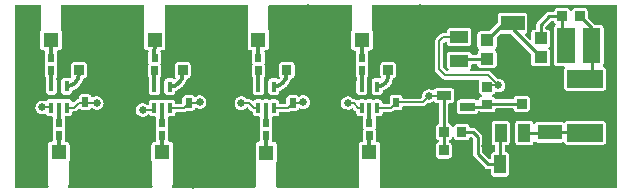
<source format=gtl>
G04 Layer: TopLayer*
G04 EasyEDA v6.4.25, 2021-09-22T10:01:34+05:30*
G04 8cc9cb2f6d7c45b292ba83ed26aff0c4,f7b9aed3ca5c4f10b20383f968238e49,10*
G04 Gerber Generator version 0.2*
G04 Scale: 100 percent, Rotated: No, Reflected: No *
G04 Dimensions in inches *
G04 leading zeros omitted , absolute positions ,3 integer and 6 decimal *
%FSLAX36Y36*%
%MOIN*%

%ADD10C,0.0100*%
%ADD11C,0.0080*%
%ADD12C,0.0138*%
%ADD13C,0.0060*%
%ADD14C,0.0250*%
%ADD16R,0.0213X0.0311*%
%ADD17R,0.0472X0.0866*%
%ADD18R,0.0512X0.0512*%
%ADD19R,0.0433X0.0394*%
%ADD20R,0.0610X0.0394*%
%ADD21R,0.0394X0.0610*%
%ADD22R,0.0157X0.0354*%
%ADD23R,0.0340X0.0318*%
%ADD25R,0.0787X0.0492*%

%LPD*%
G36*
X13839Y9840D02*
G01*
X12320Y10140D01*
X11020Y11020D01*
X10140Y12320D01*
X9840Y13839D01*
X9840Y615720D01*
X10140Y617260D01*
X11020Y618540D01*
X12320Y619420D01*
X13839Y619720D01*
X93320Y619720D01*
X94840Y619420D01*
X96120Y618580D01*
X96980Y617340D01*
X97320Y615840D01*
X97080Y614320D01*
X95800Y612320D01*
X95640Y611100D01*
X95640Y549060D01*
X95840Y547660D01*
X95840Y535160D01*
X95700Y534060D01*
X95220Y533000D01*
X94460Y530860D01*
X94179Y528360D01*
X94179Y477640D01*
X94460Y475140D01*
X95220Y473000D01*
X96420Y471060D01*
X98040Y469460D01*
X99960Y468240D01*
X102120Y467480D01*
X104600Y467200D01*
X105940Y467200D01*
X107420Y466920D01*
X108699Y466100D01*
X109580Y464860D01*
X109920Y463380D01*
X109700Y461880D01*
X109260Y460580D01*
X108980Y458080D01*
X108980Y427440D01*
X109260Y424940D01*
X110060Y422620D01*
X110280Y421300D01*
X110060Y419980D01*
X109260Y417660D01*
X108980Y415160D01*
X108980Y384520D01*
X109260Y382020D01*
X110000Y379880D01*
X111220Y377939D01*
X111920Y377239D01*
X112780Y375980D01*
X113080Y374480D01*
X113160Y369360D01*
X112820Y367620D01*
X112540Y365120D01*
X112540Y330140D01*
X112820Y327660D01*
X113560Y325500D01*
X114780Y323579D01*
X116400Y321960D01*
X118320Y320740D01*
X120480Y320000D01*
X122960Y319720D01*
X138260Y319720D01*
X140740Y320000D01*
X142900Y320740D01*
X144820Y321960D01*
X146440Y323579D01*
X147660Y325500D01*
X148400Y327660D01*
X148680Y330140D01*
X148680Y365120D01*
X148400Y367620D01*
X147560Y370020D01*
X147340Y371280D01*
X147280Y375120D01*
X147560Y376640D01*
X149600Y379880D01*
X150340Y382020D01*
X150640Y384520D01*
X150640Y415160D01*
X150340Y417660D01*
X149540Y419980D01*
X149320Y421300D01*
X149540Y422620D01*
X150340Y424940D01*
X150640Y427440D01*
X150640Y458080D01*
X150340Y460580D01*
X149900Y461880D01*
X149680Y463380D01*
X150020Y464860D01*
X150900Y466100D01*
X152180Y466920D01*
X153660Y467200D01*
X155340Y467200D01*
X157820Y467480D01*
X159980Y468240D01*
X161900Y469460D01*
X163520Y471060D01*
X164720Y473000D01*
X165479Y475140D01*
X165760Y477640D01*
X165760Y528360D01*
X165479Y530860D01*
X164720Y533000D01*
X164000Y534440D01*
X163840Y535560D01*
X163840Y610040D01*
X164000Y611140D01*
X164440Y612140D01*
X162900Y613600D01*
X162320Y615200D01*
X162460Y616880D01*
X163280Y618360D01*
X164640Y619360D01*
X166280Y619720D01*
X437180Y619720D01*
X438680Y619420D01*
X439960Y618600D01*
X440840Y617340D01*
X441180Y615860D01*
X440740Y613800D01*
X440580Y612580D01*
X440580Y550540D01*
X440780Y549140D01*
X440780Y534720D01*
X440560Y533400D01*
X439840Y531340D01*
X439560Y528860D01*
X439560Y478120D01*
X439840Y475640D01*
X440600Y473480D01*
X441800Y471560D01*
X443420Y469940D01*
X445340Y468740D01*
X447500Y467980D01*
X449980Y467700D01*
X450920Y467700D01*
X452400Y467420D01*
X453680Y466599D01*
X454560Y465360D01*
X454900Y463880D01*
X454680Y462380D01*
X454099Y460680D01*
X453820Y458200D01*
X453820Y427540D01*
X454099Y425060D01*
X454900Y422740D01*
X455140Y421420D01*
X454900Y420100D01*
X454099Y417780D01*
X453820Y415280D01*
X453820Y384620D01*
X454099Y382140D01*
X454840Y379980D01*
X457160Y376540D01*
X457460Y375000D01*
X457440Y369060D01*
X457220Y367740D01*
X456719Y366320D01*
X456440Y363820D01*
X456440Y328840D01*
X456719Y326360D01*
X457460Y324200D01*
X458680Y322280D01*
X460300Y320660D01*
X462220Y319440D01*
X464380Y318700D01*
X466860Y318420D01*
X482160Y318420D01*
X484640Y318700D01*
X486800Y319440D01*
X488720Y320660D01*
X490340Y322280D01*
X491560Y324200D01*
X492299Y326360D01*
X492580Y328840D01*
X492580Y363820D01*
X492299Y366320D01*
X491860Y367560D01*
X491640Y368880D01*
X491659Y374820D01*
X491960Y376360D01*
X493240Y378060D01*
X494440Y379980D01*
X495200Y382140D01*
X495480Y384620D01*
X495480Y415280D01*
X495200Y417780D01*
X494380Y420100D01*
X494159Y421420D01*
X494380Y422740D01*
X495200Y425060D01*
X495480Y427540D01*
X495480Y458200D01*
X495200Y460680D01*
X494600Y462380D01*
X494380Y463880D01*
X494739Y465360D01*
X495620Y466599D01*
X496900Y467420D01*
X498380Y467700D01*
X500720Y467700D01*
X503200Y467980D01*
X505360Y468740D01*
X507280Y469940D01*
X508900Y471560D01*
X510100Y473480D01*
X510860Y475640D01*
X511140Y478120D01*
X511140Y528860D01*
X510860Y531340D01*
X510100Y533500D01*
X509400Y534620D01*
X508940Y535640D01*
X508780Y536760D01*
X508780Y611520D01*
X508940Y612620D01*
X509400Y613640D01*
X508840Y615240D01*
X509000Y616900D01*
X509820Y618380D01*
X511180Y619360D01*
X512819Y619720D01*
X783080Y619720D01*
X784580Y619420D01*
X785860Y618600D01*
X786740Y617340D01*
X787080Y615860D01*
X786840Y614360D01*
X786560Y613600D01*
X786420Y612400D01*
X786420Y550340D01*
X786620Y548940D01*
X786620Y534800D01*
X786380Y533480D01*
X785520Y530980D01*
X785240Y528480D01*
X785240Y477760D01*
X785520Y475260D01*
X786260Y473120D01*
X787480Y471180D01*
X789080Y469580D01*
X791020Y468360D01*
X793160Y467600D01*
X795660Y467320D01*
X797220Y467320D01*
X798720Y467040D01*
X800000Y466220D01*
X800860Y464980D01*
X801220Y463500D01*
X801000Y462000D01*
X800520Y460640D01*
X800240Y458160D01*
X800240Y427500D01*
X800520Y425000D01*
X801340Y422680D01*
X801560Y421360D01*
X801340Y420040D01*
X800520Y417720D01*
X800240Y415240D01*
X800240Y384580D01*
X800520Y382080D01*
X801280Y379940D01*
X802480Y378020D01*
X803660Y376400D01*
X803980Y374860D01*
X803980Y369140D01*
X803760Y367819D01*
X803280Y366500D01*
X803000Y364000D01*
X803000Y329020D01*
X803280Y326540D01*
X804040Y324380D01*
X805260Y322460D01*
X806860Y320840D01*
X808800Y319640D01*
X810939Y318880D01*
X813420Y318600D01*
X828720Y318600D01*
X831220Y318880D01*
X833360Y319640D01*
X835300Y320840D01*
X836900Y322460D01*
X838120Y324380D01*
X838880Y326540D01*
X839160Y329020D01*
X839160Y364000D01*
X838880Y366500D01*
X838400Y367840D01*
X838180Y369159D01*
X838180Y374860D01*
X838480Y376400D01*
X839659Y378020D01*
X840879Y379940D01*
X841620Y382080D01*
X841900Y384580D01*
X841900Y415240D01*
X841620Y417720D01*
X840819Y420040D01*
X840580Y421360D01*
X840819Y422680D01*
X841620Y425000D01*
X841900Y427500D01*
X841900Y458160D01*
X841620Y460640D01*
X841140Y462000D01*
X840920Y463500D01*
X841280Y464980D01*
X842159Y466220D01*
X843439Y467040D01*
X844920Y467320D01*
X846380Y467320D01*
X848880Y467600D01*
X851020Y468360D01*
X852960Y469580D01*
X854560Y471180D01*
X855780Y473120D01*
X856540Y475260D01*
X856820Y477760D01*
X856820Y528480D01*
X856540Y530980D01*
X855780Y533120D01*
X854760Y535020D01*
X854620Y536140D01*
X854620Y611320D01*
X854760Y612440D01*
X855180Y613500D01*
X854560Y615100D01*
X854659Y616800D01*
X855480Y618320D01*
X856840Y619360D01*
X858520Y619720D01*
X1128220Y619720D01*
X1129700Y619420D01*
X1130980Y618600D01*
X1131860Y617340D01*
X1132200Y615860D01*
X1131760Y612980D01*
X1131760Y550940D01*
X1131960Y549540D01*
X1131960Y534600D01*
X1131700Y533200D01*
X1130680Y530420D01*
X1130400Y527960D01*
X1130400Y477239D01*
X1130680Y474739D01*
X1131440Y472600D01*
X1132640Y470660D01*
X1134260Y469060D01*
X1136180Y467840D01*
X1138340Y467100D01*
X1140820Y466820D01*
X1142400Y466820D01*
X1143880Y466520D01*
X1145160Y465700D01*
X1146040Y464460D01*
X1146380Y463000D01*
X1146080Y461260D01*
X1145800Y458760D01*
X1145800Y428100D01*
X1146080Y425620D01*
X1146900Y423300D01*
X1147120Y421980D01*
X1146900Y420660D01*
X1146080Y418340D01*
X1145800Y415840D01*
X1145800Y385180D01*
X1146080Y382700D01*
X1146820Y380580D01*
X1148440Y378100D01*
X1148940Y377040D01*
X1149080Y375860D01*
X1149000Y370360D01*
X1148760Y369099D01*
X1147860Y366520D01*
X1147580Y364020D01*
X1147580Y329040D01*
X1147860Y326560D01*
X1148620Y324400D01*
X1149820Y322480D01*
X1151440Y320860D01*
X1153360Y319660D01*
X1155520Y318900D01*
X1158000Y318620D01*
X1173300Y318620D01*
X1175800Y318900D01*
X1177940Y319660D01*
X1179880Y320860D01*
X1181480Y322480D01*
X1182700Y324400D01*
X1183440Y326560D01*
X1183720Y329040D01*
X1183720Y364020D01*
X1183160Y368080D01*
X1183280Y375080D01*
X1183600Y376580D01*
X1184440Y377840D01*
X1185220Y378620D01*
X1186440Y380540D01*
X1187180Y382700D01*
X1187460Y385180D01*
X1187460Y415840D01*
X1187180Y418340D01*
X1186380Y420660D01*
X1186140Y421980D01*
X1186380Y423300D01*
X1187180Y425620D01*
X1187460Y428100D01*
X1187460Y458760D01*
X1186880Y463000D01*
X1187240Y464460D01*
X1188120Y465700D01*
X1189380Y466520D01*
X1194040Y467100D01*
X1196200Y467840D01*
X1198120Y469060D01*
X1199740Y470660D01*
X1200940Y472600D01*
X1201700Y474739D01*
X1201980Y477239D01*
X1201980Y527960D01*
X1201700Y530460D01*
X1200940Y532600D01*
X1200120Y534240D01*
X1199960Y535340D01*
X1199960Y611920D01*
X1200100Y613000D01*
X1200540Y614020D01*
X1200360Y614780D01*
X1200280Y616220D01*
X1200720Y617600D01*
X1201600Y618720D01*
X1202840Y619460D01*
X1204260Y619720D01*
X2013360Y619720D01*
X2014880Y619420D01*
X2016180Y618540D01*
X2017060Y617260D01*
X2017360Y615720D01*
X2017360Y13839D01*
X2017060Y12320D01*
X2016180Y11020D01*
X2014880Y10140D01*
X2013360Y9840D01*
X1228600Y9840D01*
X1226920Y10220D01*
X1225560Y11240D01*
X1224740Y12760D01*
X1224640Y14460D01*
X1225380Y16480D01*
X1225380Y94160D01*
X1225520Y95220D01*
X1225940Y96199D01*
X1226260Y97899D01*
X1226660Y99060D01*
X1226940Y101540D01*
X1226940Y152280D01*
X1226660Y154760D01*
X1225900Y156920D01*
X1224700Y158840D01*
X1223080Y160460D01*
X1221160Y161660D01*
X1219000Y162420D01*
X1215960Y162700D01*
X1214320Y163039D01*
X1212980Y164040D01*
X1212140Y165479D01*
X1211980Y167140D01*
X1212080Y167979D01*
X1212080Y198640D01*
X1211800Y201140D01*
X1210980Y203460D01*
X1210760Y204780D01*
X1210980Y206100D01*
X1211800Y208420D01*
X1212080Y210900D01*
X1212080Y241560D01*
X1211880Y243299D01*
X1212040Y244960D01*
X1212880Y246420D01*
X1214220Y247399D01*
X1215860Y247760D01*
X1224480Y247760D01*
X1226980Y248039D01*
X1229120Y248780D01*
X1231060Y250000D01*
X1232660Y251600D01*
X1233880Y253540D01*
X1234620Y255660D01*
X1234920Y258860D01*
X1235340Y260260D01*
X1236220Y261420D01*
X1237460Y262200D01*
X1238920Y262460D01*
X1261720Y262460D01*
X1264680Y262780D01*
X1267300Y263620D01*
X1269700Y265020D01*
X1271800Y266840D01*
X1273020Y267580D01*
X1274420Y267820D01*
X1290260Y267820D01*
X1292740Y268100D01*
X1294900Y268860D01*
X1296819Y270080D01*
X1298440Y271680D01*
X1299640Y273620D01*
X1300400Y275760D01*
X1300520Y276820D01*
X1300940Y278220D01*
X1301819Y279360D01*
X1303060Y280120D01*
X1304500Y280380D01*
X1367900Y280380D01*
X1370840Y280680D01*
X1373460Y281540D01*
X1375900Y282940D01*
X1377560Y284360D01*
X1384379Y291180D01*
X1385740Y292080D01*
X1387360Y292340D01*
X1390380Y292220D01*
X1394180Y292700D01*
X1397860Y293840D01*
X1401300Y295560D01*
X1402440Y296400D01*
X1403700Y297020D01*
X1405120Y297180D01*
X1406480Y296820D01*
X1407640Y296020D01*
X1408400Y295260D01*
X1410320Y294040D01*
X1412480Y293280D01*
X1414960Y293000D01*
X1420080Y293000D01*
X1421600Y292700D01*
X1422900Y291840D01*
X1423779Y290540D01*
X1424079Y289000D01*
X1424019Y225700D01*
X1423700Y224100D01*
X1422740Y222780D01*
X1421339Y221940D01*
X1418920Y221080D01*
X1417000Y219880D01*
X1415380Y218260D01*
X1414180Y216340D01*
X1413420Y214180D01*
X1413140Y211700D01*
X1413140Y178120D01*
X1413420Y175640D01*
X1414180Y173480D01*
X1415380Y171560D01*
X1417000Y169940D01*
X1418920Y168740D01*
X1420560Y168160D01*
X1421960Y167320D01*
X1422900Y166000D01*
X1423240Y164400D01*
X1422900Y162800D01*
X1421960Y161460D01*
X1420560Y160620D01*
X1418920Y160040D01*
X1417000Y158840D01*
X1415380Y157220D01*
X1414180Y155300D01*
X1413420Y153140D01*
X1413140Y150660D01*
X1413140Y117080D01*
X1413420Y114600D01*
X1414180Y112440D01*
X1415380Y110520D01*
X1417000Y108900D01*
X1418920Y107700D01*
X1421080Y106940D01*
X1423560Y106660D01*
X1454860Y106660D01*
X1457360Y106940D01*
X1459500Y107700D01*
X1461440Y108900D01*
X1463040Y110520D01*
X1464259Y112440D01*
X1465020Y114600D01*
X1465300Y117080D01*
X1465300Y150660D01*
X1465020Y153140D01*
X1464259Y155300D01*
X1463040Y157220D01*
X1461440Y158840D01*
X1459500Y160040D01*
X1457880Y160620D01*
X1456480Y161460D01*
X1455540Y162800D01*
X1455200Y164400D01*
X1455540Y166000D01*
X1456480Y167320D01*
X1457880Y168160D01*
X1459500Y168740D01*
X1461440Y169940D01*
X1463040Y171560D01*
X1464259Y173480D01*
X1465100Y175880D01*
X1465940Y177280D01*
X1467280Y178220D01*
X1468880Y178560D01*
X1470480Y178220D01*
X1471800Y177280D01*
X1472640Y175880D01*
X1473480Y173480D01*
X1474700Y171560D01*
X1476300Y169940D01*
X1478240Y168740D01*
X1480380Y167979D01*
X1482880Y167700D01*
X1514180Y167700D01*
X1516660Y167979D01*
X1518820Y168740D01*
X1520740Y169940D01*
X1522360Y171560D01*
X1523580Y173480D01*
X1524780Y177160D01*
X1525700Y178320D01*
X1526980Y179060D01*
X1528460Y179280D01*
X1529900Y178960D01*
X1531140Y178120D01*
X1535200Y174060D01*
X1536060Y172760D01*
X1536380Y171220D01*
X1536380Y122280D01*
X1536680Y119120D01*
X1537540Y116260D01*
X1538940Y113640D01*
X1540960Y111199D01*
X1575260Y76900D01*
X1577700Y74880D01*
X1580340Y73480D01*
X1583180Y72620D01*
X1586339Y72300D01*
X1592520Y72300D01*
X1594040Y72000D01*
X1595340Y71140D01*
X1596220Y69840D01*
X1596519Y68300D01*
X1596519Y57220D01*
X1596800Y54720D01*
X1597560Y52580D01*
X1598760Y50660D01*
X1600380Y49040D01*
X1602300Y47820D01*
X1604460Y47080D01*
X1606940Y46800D01*
X1645860Y46800D01*
X1648360Y47080D01*
X1650500Y47820D01*
X1652440Y49040D01*
X1654040Y50660D01*
X1655260Y52580D01*
X1656000Y54720D01*
X1656279Y57220D01*
X1656279Y117800D01*
X1656000Y120280D01*
X1655260Y122440D01*
X1654040Y124360D01*
X1652440Y125980D01*
X1650500Y127180D01*
X1648380Y127920D01*
X1645220Y128240D01*
X1643800Y128640D01*
X1642640Y129540D01*
X1641860Y130780D01*
X1641600Y132220D01*
X1641600Y147160D01*
X1641900Y148680D01*
X1642780Y149980D01*
X1644060Y150840D01*
X1645600Y151160D01*
X1647840Y151160D01*
X1650320Y151440D01*
X1652480Y152180D01*
X1654400Y153400D01*
X1656020Y155000D01*
X1657220Y156940D01*
X1657980Y159080D01*
X1658260Y161580D01*
X1658260Y222160D01*
X1657980Y224640D01*
X1657220Y226780D01*
X1656020Y228720D01*
X1654400Y230320D01*
X1652480Y231540D01*
X1650320Y232300D01*
X1647840Y232580D01*
X1608920Y232580D01*
X1606420Y232300D01*
X1604280Y231540D01*
X1602340Y230320D01*
X1600740Y228720D01*
X1599520Y226780D01*
X1598760Y224640D01*
X1598480Y222160D01*
X1598480Y161580D01*
X1598760Y159080D01*
X1599520Y156940D01*
X1600740Y155000D01*
X1602340Y153400D01*
X1604280Y152180D01*
X1606420Y151440D01*
X1607640Y151300D01*
X1609040Y150880D01*
X1610180Y149980D01*
X1610940Y148740D01*
X1611200Y147320D01*
X1611200Y132220D01*
X1610940Y130780D01*
X1610160Y129540D01*
X1609000Y128640D01*
X1607580Y128240D01*
X1604420Y127920D01*
X1602300Y127180D01*
X1600380Y125980D01*
X1598760Y124360D01*
X1597560Y122440D01*
X1596800Y120280D01*
X1596519Y117800D01*
X1596519Y108280D01*
X1596220Y106760D01*
X1595340Y105460D01*
X1594040Y104580D01*
X1592520Y104280D01*
X1590980Y104580D01*
X1589700Y105460D01*
X1567940Y127200D01*
X1567080Y128500D01*
X1566780Y130040D01*
X1566780Y178980D01*
X1566459Y182140D01*
X1565600Y184980D01*
X1564199Y187620D01*
X1562180Y190060D01*
X1546720Y205520D01*
X1544280Y207540D01*
X1541639Y208939D01*
X1538800Y209800D01*
X1535640Y210120D01*
X1528360Y210120D01*
X1526940Y210380D01*
X1525700Y211119D01*
X1524800Y212280D01*
X1524319Y214180D01*
X1523580Y216340D01*
X1522360Y218260D01*
X1520740Y219880D01*
X1518820Y221080D01*
X1516660Y221840D01*
X1514180Y222120D01*
X1482880Y222120D01*
X1480380Y221840D01*
X1478240Y221080D01*
X1476300Y219880D01*
X1474700Y218260D01*
X1473480Y216340D01*
X1472640Y213939D01*
X1471800Y212540D01*
X1470480Y211600D01*
X1468880Y211260D01*
X1467280Y211600D01*
X1465940Y212540D01*
X1465100Y213939D01*
X1464259Y216340D01*
X1463040Y218260D01*
X1461440Y219880D01*
X1459500Y221080D01*
X1457100Y221920D01*
X1455700Y222780D01*
X1454760Y224100D01*
X1454420Y225700D01*
X1454480Y289020D01*
X1454780Y290540D01*
X1455640Y291840D01*
X1456940Y292700D01*
X1458480Y293000D01*
X1463740Y293000D01*
X1466220Y293280D01*
X1468380Y294040D01*
X1470300Y295260D01*
X1471920Y296860D01*
X1473120Y298800D01*
X1473880Y300940D01*
X1474160Y303440D01*
X1474160Y330540D01*
X1473880Y333040D01*
X1473120Y335180D01*
X1471920Y337120D01*
X1470300Y338720D01*
X1468380Y339940D01*
X1466220Y340680D01*
X1463740Y340959D01*
X1414960Y340959D01*
X1412480Y340680D01*
X1410320Y339940D01*
X1408400Y338720D01*
X1406780Y337120D01*
X1406020Y335880D01*
X1405020Y334799D01*
X1403700Y334159D01*
X1402240Y334020D01*
X1400820Y334440D01*
X1397860Y335920D01*
X1394180Y337060D01*
X1390380Y337540D01*
X1386519Y337380D01*
X1382760Y336580D01*
X1379199Y335140D01*
X1375920Y333120D01*
X1373040Y330580D01*
X1370620Y327580D01*
X1368740Y324219D01*
X1367460Y320600D01*
X1366800Y316800D01*
X1366800Y312620D01*
X1366500Y311100D01*
X1365640Y309800D01*
X1363820Y307960D01*
X1362520Y307080D01*
X1360980Y306780D01*
X1304500Y306780D01*
X1303060Y307040D01*
X1301819Y307800D01*
X1300940Y308940D01*
X1300520Y310340D01*
X1300400Y311400D01*
X1299640Y313540D01*
X1298440Y315480D01*
X1296819Y317080D01*
X1294900Y318300D01*
X1292740Y319060D01*
X1290260Y319340D01*
X1269440Y319340D01*
X1266960Y319060D01*
X1264800Y318300D01*
X1262880Y317080D01*
X1261260Y315480D01*
X1260060Y313540D01*
X1259300Y311400D01*
X1259020Y308900D01*
X1259020Y293080D01*
X1258720Y291540D01*
X1257640Y290040D01*
X1256340Y289180D01*
X1254820Y288860D01*
X1238920Y288860D01*
X1237460Y289140D01*
X1236220Y289900D01*
X1235340Y291080D01*
X1234920Y292480D01*
X1234620Y295680D01*
X1233880Y297800D01*
X1232660Y299720D01*
X1231060Y301340D01*
X1229120Y302560D01*
X1226980Y303300D01*
X1224480Y303580D01*
X1209180Y303580D01*
X1206700Y303300D01*
X1205360Y302840D01*
X1204040Y302620D01*
X1202720Y302840D01*
X1201380Y303300D01*
X1198900Y303580D01*
X1183600Y303580D01*
X1181100Y303300D01*
X1179780Y302840D01*
X1178440Y302620D01*
X1177120Y302840D01*
X1175800Y303300D01*
X1173300Y303580D01*
X1158000Y303580D01*
X1155520Y303300D01*
X1153360Y302560D01*
X1151200Y301200D01*
X1149660Y300620D01*
X1148020Y300720D01*
X1146560Y301460D01*
X1145320Y302460D01*
X1142820Y303760D01*
X1140880Y304320D01*
X1138380Y304580D01*
X1137040Y304980D01*
X1135920Y305800D01*
X1133380Y308440D01*
X1130280Y310720D01*
X1126860Y312460D01*
X1123180Y313580D01*
X1119360Y314080D01*
X1115520Y313920D01*
X1111740Y313100D01*
X1108180Y311660D01*
X1104900Y309660D01*
X1102020Y307100D01*
X1099600Y304120D01*
X1097720Y300760D01*
X1096440Y297120D01*
X1095780Y293340D01*
X1095780Y289480D01*
X1096440Y285700D01*
X1097720Y282060D01*
X1099600Y278700D01*
X1102020Y275720D01*
X1104900Y273180D01*
X1108180Y271160D01*
X1111740Y269720D01*
X1115520Y268920D01*
X1119360Y268740D01*
X1123180Y269240D01*
X1126860Y270360D01*
X1130280Y272100D01*
X1132360Y273640D01*
X1133640Y274260D01*
X1135040Y274400D01*
X1136420Y274040D01*
X1137580Y273240D01*
X1144320Y266460D01*
X1146180Y264860D01*
X1147220Y263500D01*
X1147580Y261820D01*
X1147580Y258180D01*
X1147860Y255680D01*
X1148620Y253540D01*
X1149820Y251600D01*
X1151440Y250000D01*
X1153360Y248780D01*
X1155520Y248039D01*
X1158000Y247760D01*
X1166640Y247760D01*
X1168280Y247399D01*
X1169620Y246420D01*
X1170440Y244960D01*
X1170620Y243299D01*
X1170420Y241560D01*
X1170420Y210900D01*
X1170700Y208420D01*
X1171500Y206100D01*
X1171740Y204780D01*
X1171500Y203460D01*
X1170700Y201140D01*
X1170420Y198640D01*
X1170420Y167979D01*
X1170500Y167140D01*
X1170340Y165479D01*
X1169520Y164040D01*
X1168160Y163039D01*
X1166540Y162700D01*
X1165780Y162700D01*
X1163300Y162420D01*
X1161140Y161660D01*
X1159220Y160460D01*
X1157600Y158840D01*
X1156400Y156920D01*
X1155640Y154760D01*
X1155360Y152280D01*
X1155360Y101540D01*
X1155640Y99060D01*
X1157020Y95600D01*
X1157180Y94500D01*
X1157180Y33180D01*
X1157380Y31780D01*
X1157380Y15680D01*
X1157600Y14620D01*
X1157560Y12880D01*
X1156760Y11299D01*
X1155380Y10220D01*
X1153680Y9840D01*
X883000Y9840D01*
X881300Y10220D01*
X879920Y11279D01*
X879120Y12840D01*
X879060Y14580D01*
X879740Y16180D01*
X880400Y17300D01*
X880400Y92940D01*
X880560Y94040D01*
X881020Y95060D01*
X882099Y96800D01*
X882860Y98960D01*
X883139Y101440D01*
X883139Y152180D01*
X882860Y154660D01*
X882099Y156820D01*
X880900Y158740D01*
X879280Y160360D01*
X877360Y161560D01*
X875200Y162320D01*
X872720Y162600D01*
X870680Y162600D01*
X869060Y162940D01*
X867700Y163939D01*
X866880Y165380D01*
X866720Y167040D01*
X866840Y168120D01*
X866840Y198760D01*
X866540Y201260D01*
X865740Y203580D01*
X865520Y204899D01*
X865740Y206220D01*
X866540Y208540D01*
X866840Y211040D01*
X866840Y241680D01*
X866660Y243280D01*
X866820Y244940D01*
X867640Y246400D01*
X869000Y247380D01*
X870620Y247740D01*
X879920Y247740D01*
X882400Y248020D01*
X884539Y248760D01*
X886480Y249980D01*
X888080Y251580D01*
X889300Y253520D01*
X890040Y255640D01*
X890360Y258840D01*
X890759Y260240D01*
X891640Y261400D01*
X892900Y262180D01*
X894340Y262440D01*
X919120Y262440D01*
X922080Y262760D01*
X924740Y263620D01*
X928340Y265640D01*
X929560Y265840D01*
X945680Y265840D01*
X948160Y266120D01*
X950320Y266880D01*
X952240Y268080D01*
X953860Y269700D01*
X955080Y271620D01*
X955440Y272660D01*
X956260Y274040D01*
X957560Y275000D01*
X959120Y275340D01*
X960699Y275060D01*
X964560Y273500D01*
X968319Y272700D01*
X972180Y272540D01*
X975980Y273020D01*
X979659Y274160D01*
X983100Y275880D01*
X986200Y278180D01*
X988860Y280940D01*
X991020Y284140D01*
X992600Y287640D01*
X993560Y291360D01*
X993900Y295200D01*
X993560Y299040D01*
X992600Y302760D01*
X991020Y306260D01*
X988860Y309460D01*
X986200Y312220D01*
X983100Y314520D01*
X979659Y316240D01*
X975980Y317380D01*
X972180Y317860D01*
X968319Y317700D01*
X964560Y316900D01*
X961000Y315460D01*
X958060Y313640D01*
X956380Y313080D01*
X954620Y313280D01*
X953120Y314220D01*
X952240Y315100D01*
X950320Y316320D01*
X948160Y317060D01*
X945680Y317340D01*
X924860Y317340D01*
X922380Y317060D01*
X920240Y316320D01*
X918300Y315100D01*
X916700Y313480D01*
X915480Y311560D01*
X914720Y309400D01*
X914440Y306920D01*
X914440Y292840D01*
X914140Y291320D01*
X913280Y290020D01*
X911979Y289160D01*
X910440Y288840D01*
X894340Y288840D01*
X892900Y289120D01*
X891640Y289880D01*
X890759Y291060D01*
X890360Y292460D01*
X890040Y295660D01*
X889300Y297780D01*
X888080Y299700D01*
X886480Y301320D01*
X884539Y302540D01*
X882400Y303280D01*
X879920Y303560D01*
X864620Y303560D01*
X862120Y303280D01*
X860780Y302820D01*
X859460Y302600D01*
X858139Y302820D01*
X856800Y303280D01*
X854320Y303560D01*
X839020Y303560D01*
X836540Y303280D01*
X835200Y302820D01*
X833880Y302600D01*
X832560Y302820D01*
X831220Y303280D01*
X828720Y303560D01*
X813420Y303560D01*
X810939Y303280D01*
X808800Y302540D01*
X806860Y301320D01*
X805460Y299900D01*
X804140Y299040D01*
X802620Y298740D01*
X801080Y299040D01*
X799780Y299920D01*
X799120Y300600D01*
X796820Y302460D01*
X794360Y303720D01*
X791660Y304460D01*
X789440Y304640D01*
X784300Y304640D01*
X782740Y304960D01*
X781420Y305880D01*
X778960Y308440D01*
X775860Y310720D01*
X772440Y312460D01*
X768760Y313580D01*
X764940Y314080D01*
X761100Y313920D01*
X757320Y313100D01*
X753760Y311660D01*
X750480Y309660D01*
X747600Y307100D01*
X745180Y304120D01*
X743300Y300760D01*
X742020Y297120D01*
X741360Y293340D01*
X741360Y289480D01*
X742020Y285700D01*
X743300Y282060D01*
X745180Y278700D01*
X747600Y275720D01*
X750480Y273180D01*
X753760Y271160D01*
X757320Y269720D01*
X761100Y268920D01*
X764940Y268740D01*
X768760Y269240D01*
X772440Y270360D01*
X775860Y272100D01*
X778960Y274380D01*
X780540Y276020D01*
X781840Y276920D01*
X783379Y277260D01*
X784940Y276960D01*
X786260Y276080D01*
X795780Y266480D01*
X798080Y264620D01*
X800840Y263200D01*
X801979Y262320D01*
X802740Y261080D01*
X803000Y259640D01*
X803000Y258160D01*
X803280Y255660D01*
X804040Y253520D01*
X805260Y251580D01*
X806860Y249980D01*
X808800Y248760D01*
X810939Y248020D01*
X813420Y247740D01*
X821380Y247740D01*
X823000Y247380D01*
X824360Y246400D01*
X825180Y244940D01*
X825360Y243280D01*
X825180Y241680D01*
X825180Y211040D01*
X825460Y208540D01*
X826260Y206220D01*
X826480Y204899D01*
X826260Y203580D01*
X825460Y201260D01*
X825180Y198760D01*
X825180Y168120D01*
X825300Y167000D01*
X825160Y165440D01*
X824440Y164060D01*
X823259Y163060D01*
X821760Y162580D01*
X819500Y162320D01*
X817340Y161560D01*
X815420Y160360D01*
X813800Y158740D01*
X812600Y156820D01*
X811840Y154660D01*
X811560Y152180D01*
X811560Y101440D01*
X811840Y98960D01*
X812260Y97400D01*
X812200Y96039D01*
X812200Y34000D01*
X812400Y32599D01*
X812400Y16500D01*
X813139Y14460D01*
X813040Y12760D01*
X812240Y11240D01*
X810860Y10220D01*
X809180Y9840D01*
X535660Y9840D01*
X534040Y10180D01*
X532700Y11160D01*
X531860Y12600D01*
X531680Y14260D01*
X532200Y15840D01*
X533300Y17080D01*
X535180Y18000D01*
X535460Y18680D01*
X535460Y96359D01*
X535600Y97460D01*
X536060Y98460D01*
X535800Y100580D01*
X535940Y101840D01*
X535940Y152580D01*
X535660Y155060D01*
X534900Y157220D01*
X533700Y159140D01*
X532080Y160760D01*
X530160Y161960D01*
X528000Y162719D01*
X524980Y163000D01*
X523340Y163340D01*
X522000Y164340D01*
X521180Y165780D01*
X521000Y167440D01*
X521079Y168039D01*
X521079Y198700D01*
X520800Y201180D01*
X519980Y203500D01*
X519760Y204820D01*
X519980Y206140D01*
X520800Y208460D01*
X521079Y210960D01*
X521079Y241600D01*
X520900Y243100D01*
X521060Y244760D01*
X521900Y246220D01*
X523240Y247200D01*
X524880Y247560D01*
X533340Y247560D01*
X535820Y247840D01*
X537980Y248580D01*
X539900Y249800D01*
X541520Y251400D01*
X542740Y253340D01*
X543480Y255460D01*
X543780Y258660D01*
X544180Y260060D01*
X545080Y261220D01*
X546320Y262000D01*
X547760Y262260D01*
X572380Y262260D01*
X575320Y262580D01*
X578000Y263440D01*
X579780Y264420D01*
X580620Y265060D01*
X581760Y265640D01*
X583040Y265860D01*
X599140Y265860D01*
X601620Y266140D01*
X603780Y266880D01*
X605700Y268100D01*
X607320Y269720D01*
X608540Y271640D01*
X609000Y272980D01*
X609940Y274480D01*
X611440Y275440D01*
X613200Y275640D01*
X618580Y273540D01*
X622360Y272740D01*
X626200Y272580D01*
X630020Y273060D01*
X633700Y274200D01*
X637120Y275920D01*
X640220Y278220D01*
X642880Y280980D01*
X645040Y284180D01*
X646620Y287680D01*
X647600Y291400D01*
X647920Y295240D01*
X647600Y299080D01*
X646620Y302800D01*
X645040Y306300D01*
X642880Y309500D01*
X640220Y312260D01*
X637120Y314560D01*
X633700Y316280D01*
X630020Y317420D01*
X626200Y317900D01*
X622360Y317740D01*
X618580Y316940D01*
X615020Y315500D01*
X611720Y313460D01*
X610040Y312880D01*
X608280Y313100D01*
X606780Y314040D01*
X605700Y315120D01*
X603780Y316340D01*
X601620Y317080D01*
X599140Y317360D01*
X578320Y317360D01*
X575840Y317080D01*
X573680Y316340D01*
X571760Y315120D01*
X570140Y313500D01*
X568940Y311580D01*
X568180Y309420D01*
X567900Y306940D01*
X567900Y292660D01*
X567600Y291140D01*
X566740Y289840D01*
X565440Y288980D01*
X563900Y288660D01*
X547760Y288660D01*
X546320Y288940D01*
X545080Y289700D01*
X544180Y290880D01*
X543780Y292280D01*
X543480Y295480D01*
X542740Y297600D01*
X541520Y299520D01*
X539900Y301140D01*
X537980Y302360D01*
X535820Y303100D01*
X533340Y303380D01*
X518040Y303380D01*
X515560Y303100D01*
X514219Y302640D01*
X512900Y302420D01*
X511580Y302640D01*
X510240Y303100D01*
X507740Y303380D01*
X492460Y303380D01*
X489960Y303100D01*
X488620Y302640D01*
X487299Y302420D01*
X485980Y302640D01*
X484640Y303100D01*
X482160Y303380D01*
X466860Y303380D01*
X464380Y303100D01*
X462220Y302360D01*
X460300Y301140D01*
X458680Y299520D01*
X457460Y297600D01*
X456719Y295440D01*
X456440Y292960D01*
X456440Y288780D01*
X456060Y287060D01*
X454980Y285680D01*
X453400Y284900D01*
X451659Y284840D01*
X450060Y285560D01*
X446820Y287940D01*
X443380Y289680D01*
X439700Y290800D01*
X435900Y291300D01*
X432040Y291140D01*
X428280Y290320D01*
X424720Y288880D01*
X421440Y286880D01*
X418560Y284320D01*
X416140Y281340D01*
X414260Y277980D01*
X412980Y274340D01*
X412320Y270560D01*
X412320Y266700D01*
X412980Y262920D01*
X414260Y259280D01*
X416140Y255920D01*
X418560Y252940D01*
X421440Y250400D01*
X424720Y248380D01*
X428280Y246940D01*
X432040Y246140D01*
X435900Y245960D01*
X439700Y246460D01*
X443380Y247580D01*
X446820Y249320D01*
X449920Y251600D01*
X451580Y253340D01*
X452760Y254200D01*
X454159Y254560D01*
X455600Y254420D01*
X456880Y253780D01*
X457860Y252700D01*
X458680Y251400D01*
X460300Y249800D01*
X462220Y248580D01*
X464380Y247840D01*
X466860Y247560D01*
X475600Y247560D01*
X477239Y247200D01*
X478579Y246220D01*
X479420Y244760D01*
X479580Y243100D01*
X479420Y241600D01*
X479420Y210960D01*
X479700Y208460D01*
X480500Y206140D01*
X480740Y204820D01*
X480500Y203500D01*
X479700Y201180D01*
X479420Y198700D01*
X479420Y168039D01*
X479480Y167440D01*
X479320Y165780D01*
X478480Y164340D01*
X477140Y163340D01*
X475500Y163000D01*
X474780Y163000D01*
X472299Y162719D01*
X470140Y161960D01*
X468220Y160760D01*
X466599Y159140D01*
X465400Y157220D01*
X464640Y155060D01*
X464360Y152580D01*
X464360Y101840D01*
X464640Y99360D01*
X465400Y97200D01*
X466640Y95220D01*
X467100Y94200D01*
X467260Y93080D01*
X467260Y35380D01*
X467460Y33980D01*
X467460Y17880D01*
X469240Y15960D01*
X469799Y14360D01*
X469660Y12680D01*
X468840Y11200D01*
X467500Y10200D01*
X465840Y9840D01*
X190420Y9840D01*
X188820Y10180D01*
X187500Y11100D01*
X186640Y12480D01*
X186420Y14100D01*
X186840Y15660D01*
X187860Y16920D01*
X188760Y17740D01*
X188840Y18100D01*
X188840Y93360D01*
X189000Y94460D01*
X189440Y95480D01*
X190360Y96940D01*
X191119Y99080D01*
X191400Y101580D01*
X191400Y152300D01*
X191119Y154800D01*
X190360Y156940D01*
X189140Y158880D01*
X187540Y160479D01*
X185600Y161700D01*
X183460Y162460D01*
X180260Y162740D01*
X178640Y163080D01*
X177280Y164060D01*
X176460Y165520D01*
X176300Y167180D01*
X176380Y167960D01*
X176380Y198619D01*
X176100Y201119D01*
X175280Y203440D01*
X175060Y204760D01*
X175280Y206080D01*
X176100Y208400D01*
X176380Y210880D01*
X176380Y241540D01*
X176060Y244400D01*
X176220Y246060D01*
X177060Y247520D01*
X178400Y248500D01*
X180040Y248860D01*
X189440Y248860D01*
X191920Y249140D01*
X194080Y249880D01*
X196000Y251100D01*
X197620Y252700D01*
X198840Y254640D01*
X199579Y256759D01*
X199880Y259960D01*
X200280Y261360D01*
X201180Y262520D01*
X202420Y263300D01*
X203860Y263560D01*
X205700Y263560D01*
X208660Y263880D01*
X211280Y264720D01*
X213700Y266140D01*
X215360Y267540D01*
X220200Y272380D01*
X221500Y273240D01*
X223039Y273560D01*
X224560Y273240D01*
X225859Y272380D01*
X226340Y271900D01*
X228280Y270680D01*
X230420Y269940D01*
X232920Y269660D01*
X253720Y269660D01*
X256220Y269940D01*
X258359Y270680D01*
X260300Y271900D01*
X263240Y274940D01*
X264840Y275540D01*
X266560Y275420D01*
X268060Y274600D01*
X268620Y274100D01*
X271900Y272100D01*
X275460Y270660D01*
X279220Y269840D01*
X283060Y269680D01*
X286880Y270180D01*
X290560Y271300D01*
X294000Y273040D01*
X297100Y275320D01*
X299760Y278100D01*
X301900Y281280D01*
X303500Y284800D01*
X304460Y288520D01*
X304780Y292340D01*
X304460Y296180D01*
X303500Y299900D01*
X301900Y303420D01*
X299760Y306600D01*
X297100Y309380D01*
X294000Y311660D01*
X290560Y313400D01*
X286880Y314520D01*
X283060Y315020D01*
X279220Y314840D01*
X275460Y314040D01*
X271900Y312600D01*
X269700Y311260D01*
X268020Y310680D01*
X266260Y310900D01*
X264760Y311840D01*
X263820Y313340D01*
X263120Y315380D01*
X261900Y317300D01*
X260300Y318920D01*
X258359Y320120D01*
X256220Y320880D01*
X253720Y321160D01*
X232920Y321160D01*
X230420Y320880D01*
X228280Y320120D01*
X226340Y318920D01*
X224740Y317300D01*
X223520Y315380D01*
X222760Y313220D01*
X222480Y310740D01*
X222480Y309260D01*
X222240Y307840D01*
X221500Y306620D01*
X220400Y305740D01*
X216140Y304380D01*
X213700Y302980D01*
X212060Y301580D01*
X206060Y295580D01*
X204720Y294700D01*
X203140Y294420D01*
X201580Y294780D01*
X200280Y295720D01*
X199460Y297100D01*
X198840Y298900D01*
X197620Y300820D01*
X196000Y302440D01*
X194080Y303660D01*
X191920Y304400D01*
X189440Y304680D01*
X174140Y304680D01*
X171660Y304400D01*
X170320Y303940D01*
X169000Y303720D01*
X167680Y303940D01*
X166340Y304400D01*
X163840Y304680D01*
X148560Y304680D01*
X146060Y304400D01*
X144720Y303940D01*
X143400Y303720D01*
X142080Y303940D01*
X140740Y304400D01*
X138260Y304680D01*
X122960Y304680D01*
X120480Y304400D01*
X118320Y303660D01*
X116400Y302440D01*
X114780Y300820D01*
X114200Y299900D01*
X113200Y298820D01*
X111880Y298160D01*
X110420Y298040D01*
X105140Y299660D01*
X101340Y300160D01*
X97480Y299980D01*
X93720Y299180D01*
X90160Y297740D01*
X86880Y295720D01*
X84000Y293180D01*
X81580Y290200D01*
X79700Y286840D01*
X78420Y283200D01*
X77760Y279420D01*
X77760Y275560D01*
X78420Y271780D01*
X79700Y268140D01*
X81580Y264780D01*
X84000Y261800D01*
X86880Y259240D01*
X90160Y257240D01*
X93720Y255799D01*
X97480Y254980D01*
X101340Y254820D01*
X105140Y255320D01*
X108920Y256460D01*
X110640Y256600D01*
X112260Y256000D01*
X113480Y254780D01*
X114780Y252700D01*
X116400Y251100D01*
X118320Y249880D01*
X120480Y249140D01*
X122960Y248860D01*
X131060Y248860D01*
X132700Y248500D01*
X134060Y247520D01*
X134880Y246060D01*
X135040Y244400D01*
X134720Y241540D01*
X134720Y210880D01*
X135000Y208400D01*
X135820Y206080D01*
X136040Y204760D01*
X135820Y203440D01*
X135000Y201119D01*
X134720Y198619D01*
X134720Y167960D01*
X134820Y167180D01*
X134640Y165520D01*
X133820Y164060D01*
X132460Y163080D01*
X130840Y162740D01*
X127739Y162460D01*
X125600Y161700D01*
X123660Y160479D01*
X122060Y158880D01*
X120840Y156940D01*
X120100Y154800D01*
X119820Y152300D01*
X119820Y101580D01*
X120100Y99080D01*
X120420Y98180D01*
X120640Y96860D01*
X120640Y34800D01*
X120840Y33400D01*
X120840Y17300D01*
X120920Y16920D01*
X121920Y15640D01*
X122360Y14080D01*
X122120Y12480D01*
X121260Y11100D01*
X119940Y10180D01*
X118360Y9840D01*
G37*

%LPC*%
G36*
X1687660Y151160D02*
G01*
X1726579Y151160D01*
X1729060Y151440D01*
X1731220Y152180D01*
X1733140Y153400D01*
X1734760Y155000D01*
X1735960Y156940D01*
X1736720Y159080D01*
X1737020Y161800D01*
X1737460Y163220D01*
X1738400Y164380D01*
X1739680Y165120D01*
X1741480Y165340D01*
X1742920Y165000D01*
X1744139Y164160D01*
X1746080Y162240D01*
X1748000Y161020D01*
X1750160Y160280D01*
X1752640Y160000D01*
X1830940Y160000D01*
X1833420Y160280D01*
X1836940Y161580D01*
X1838360Y161600D01*
X1839700Y161140D01*
X1840800Y160219D01*
X1841699Y158420D01*
X1842920Y156500D01*
X1844520Y154880D01*
X1846459Y153680D01*
X1848600Y152920D01*
X1851100Y152640D01*
X1968760Y152640D01*
X1971260Y152920D01*
X1973400Y153680D01*
X1975340Y154880D01*
X1976940Y156500D01*
X1978160Y158420D01*
X1978899Y160580D01*
X1979199Y163060D01*
X1979199Y221680D01*
X1978899Y224160D01*
X1978160Y226320D01*
X1976940Y228240D01*
X1975340Y229860D01*
X1973400Y231060D01*
X1971260Y231820D01*
X1968760Y232100D01*
X1851100Y232100D01*
X1848600Y231820D01*
X1846459Y231060D01*
X1844540Y229860D01*
X1842580Y227880D01*
X1841480Y227079D01*
X1840180Y226720D01*
X1838839Y226780D01*
X1837600Y227300D01*
X1835580Y228580D01*
X1833420Y229320D01*
X1830940Y229600D01*
X1752640Y229600D01*
X1750160Y229320D01*
X1748000Y228580D01*
X1746080Y227360D01*
X1744460Y225740D01*
X1743660Y224460D01*
X1742640Y223380D01*
X1741300Y222719D01*
X1739820Y222620D01*
X1738400Y223060D01*
X1737240Y223980D01*
X1736500Y225280D01*
X1735960Y226780D01*
X1734760Y228720D01*
X1733140Y230320D01*
X1731220Y231540D01*
X1729060Y232300D01*
X1726579Y232580D01*
X1687660Y232580D01*
X1685160Y232300D01*
X1683020Y231540D01*
X1681080Y230320D01*
X1679480Y228720D01*
X1678260Y226780D01*
X1677500Y224640D01*
X1677220Y222160D01*
X1677220Y161580D01*
X1677500Y159080D01*
X1678260Y156940D01*
X1679480Y155000D01*
X1681080Y153400D01*
X1683020Y152180D01*
X1685160Y151440D01*
G37*
G36*
X1493700Y255600D02*
G01*
X1542460Y255600D01*
X1544960Y255880D01*
X1547100Y256640D01*
X1549040Y257860D01*
X1550640Y259460D01*
X1552820Y263100D01*
X1554139Y264060D01*
X1555740Y264380D01*
X1557180Y264380D01*
X1558300Y264240D01*
X1559319Y263760D01*
X1561660Y262280D01*
X1563800Y261540D01*
X1566300Y261260D01*
X1599860Y261260D01*
X1602340Y261540D01*
X1604500Y262300D01*
X1606420Y263500D01*
X1608040Y265120D01*
X1609259Y267040D01*
X1610000Y269200D01*
X1610160Y270540D01*
X1610580Y271940D01*
X1611459Y273080D01*
X1612700Y273840D01*
X1614139Y274100D01*
X1668460Y274100D01*
X1670060Y273760D01*
X1671380Y272820D01*
X1672220Y271420D01*
X1673080Y269020D01*
X1674280Y267080D01*
X1675900Y265480D01*
X1677820Y264260D01*
X1679980Y263500D01*
X1682460Y263220D01*
X1716040Y263220D01*
X1718520Y263500D01*
X1720660Y264260D01*
X1722600Y265480D01*
X1724199Y267080D01*
X1725420Y269020D01*
X1726180Y271160D01*
X1726459Y273660D01*
X1726459Y304960D01*
X1726180Y307440D01*
X1725420Y309600D01*
X1724199Y311520D01*
X1722600Y313140D01*
X1720660Y314340D01*
X1718520Y315100D01*
X1716040Y315380D01*
X1682460Y315380D01*
X1679980Y315100D01*
X1677820Y314340D01*
X1675900Y313140D01*
X1674280Y311520D01*
X1673080Y309600D01*
X1672220Y307180D01*
X1671380Y305780D01*
X1670060Y304840D01*
X1668460Y304500D01*
X1613180Y304500D01*
X1611579Y304840D01*
X1610260Y305780D01*
X1609259Y307620D01*
X1608040Y309560D01*
X1606420Y311160D01*
X1604500Y312380D01*
X1602100Y313220D01*
X1600700Y314060D01*
X1599760Y315380D01*
X1599420Y316980D01*
X1599760Y318580D01*
X1600700Y319920D01*
X1602100Y320760D01*
X1604500Y321599D01*
X1606420Y322819D01*
X1608040Y324420D01*
X1610000Y327560D01*
X1611100Y328420D01*
X1612420Y328840D01*
X1613820Y328800D01*
X1617600Y327980D01*
X1621440Y327819D01*
X1625260Y328300D01*
X1628940Y329440D01*
X1632380Y331160D01*
X1635480Y333459D01*
X1638140Y336240D01*
X1640300Y339420D01*
X1641879Y342920D01*
X1642840Y346640D01*
X1643180Y350480D01*
X1642840Y354320D01*
X1641879Y358040D01*
X1640300Y361540D01*
X1638140Y364739D01*
X1635480Y367520D01*
X1632380Y369799D01*
X1628940Y371540D01*
X1625260Y372660D01*
X1621440Y373140D01*
X1619800Y373080D01*
X1618180Y373340D01*
X1616800Y374240D01*
X1597200Y393840D01*
X1594740Y395840D01*
X1592100Y397200D01*
X1589180Y397980D01*
X1586860Y398160D01*
X1529540Y398160D01*
X1527880Y398519D01*
X1526500Y399540D01*
X1525700Y401040D01*
X1525580Y402740D01*
X1526180Y404340D01*
X1529000Y407140D01*
X1530220Y409080D01*
X1530960Y411220D01*
X1531240Y413700D01*
X1531240Y418800D01*
X1531540Y420319D01*
X1532420Y421620D01*
X1533720Y422480D01*
X1535240Y422800D01*
X1547220Y422800D01*
X1548660Y422520D01*
X1549900Y421760D01*
X1550800Y420580D01*
X1551200Y419180D01*
X1551519Y416019D01*
X1552260Y413900D01*
X1553460Y411960D01*
X1555080Y410360D01*
X1557000Y409140D01*
X1559160Y408400D01*
X1561639Y408120D01*
X1604500Y408120D01*
X1607000Y408400D01*
X1609139Y409140D01*
X1611080Y410360D01*
X1612680Y411960D01*
X1613899Y413900D01*
X1614640Y416040D01*
X1614920Y418540D01*
X1614920Y457460D01*
X1614640Y459940D01*
X1613899Y462100D01*
X1612680Y464020D01*
X1611080Y465640D01*
X1610320Y466100D01*
X1609160Y467220D01*
X1608540Y468680D01*
X1608540Y470300D01*
X1609160Y471760D01*
X1610320Y472879D01*
X1611080Y473340D01*
X1612680Y474960D01*
X1613899Y476880D01*
X1614640Y479040D01*
X1614920Y481520D01*
X1614920Y509680D01*
X1615240Y511220D01*
X1616100Y512520D01*
X1625940Y522340D01*
X1627340Y523260D01*
X1629000Y523519D01*
X1659480Y523519D01*
X1661020Y523200D01*
X1662320Y522340D01*
X1729220Y455420D01*
X1730100Y454140D01*
X1730400Y452600D01*
X1730400Y424440D01*
X1730680Y421960D01*
X1731440Y419799D01*
X1732640Y417879D01*
X1734259Y416260D01*
X1736180Y415060D01*
X1738340Y414300D01*
X1740820Y414020D01*
X1783680Y414020D01*
X1786180Y414300D01*
X1788320Y415060D01*
X1790260Y416260D01*
X1791860Y417879D01*
X1793080Y419799D01*
X1793820Y421960D01*
X1794100Y424440D01*
X1794100Y463360D01*
X1793820Y465860D01*
X1793080Y468000D01*
X1791860Y469940D01*
X1790260Y471540D01*
X1789500Y472020D01*
X1788340Y473120D01*
X1787720Y474600D01*
X1787720Y476200D01*
X1788340Y477680D01*
X1789500Y478780D01*
X1790260Y479260D01*
X1791860Y480860D01*
X1793080Y482800D01*
X1793820Y484940D01*
X1794100Y487440D01*
X1794100Y526360D01*
X1793820Y528840D01*
X1793080Y531000D01*
X1791860Y532920D01*
X1790260Y534540D01*
X1788320Y535740D01*
X1786180Y536500D01*
X1783680Y536780D01*
X1781500Y536780D01*
X1779960Y537080D01*
X1778680Y537940D01*
X1777800Y539240D01*
X1777500Y540780D01*
X1777500Y545300D01*
X1777800Y546840D01*
X1778660Y548140D01*
X1794940Y564460D01*
X1796240Y565340D01*
X1797780Y565640D01*
X1803180Y565640D01*
X1804620Y565380D01*
X1805860Y564620D01*
X1806740Y563480D01*
X1807220Y561560D01*
X1807980Y559420D01*
X1809180Y557480D01*
X1810720Y555960D01*
X1811579Y554660D01*
X1811900Y553120D01*
X1811579Y551600D01*
X1810720Y550300D01*
X1809100Y548680D01*
X1807900Y546740D01*
X1807140Y544600D01*
X1806860Y542120D01*
X1806860Y424440D01*
X1807140Y421960D01*
X1807900Y419799D01*
X1809100Y417879D01*
X1810720Y416260D01*
X1812640Y415040D01*
X1814800Y414300D01*
X1817280Y414020D01*
X1839300Y414020D01*
X1840960Y413660D01*
X1842320Y412640D01*
X1843140Y411160D01*
X1843260Y409480D01*
X1842700Y407879D01*
X1841699Y406320D01*
X1840960Y404159D01*
X1840680Y401680D01*
X1840680Y343060D01*
X1840960Y340580D01*
X1841699Y338420D01*
X1842920Y336500D01*
X1844520Y334880D01*
X1846459Y333680D01*
X1848600Y332920D01*
X1851100Y332640D01*
X1968760Y332640D01*
X1971260Y332920D01*
X1973400Y333680D01*
X1975340Y334880D01*
X1976940Y336500D01*
X1978160Y338420D01*
X1978899Y340580D01*
X1979199Y343060D01*
X1979199Y401680D01*
X1978899Y404159D01*
X1978160Y406320D01*
X1976940Y408240D01*
X1975340Y409860D01*
X1973400Y411060D01*
X1971080Y411880D01*
X1969840Y412580D01*
X1968920Y413680D01*
X1968460Y415020D01*
X1968480Y416460D01*
X1969019Y417780D01*
X1970280Y419799D01*
X1971040Y421960D01*
X1971320Y424440D01*
X1971320Y542120D01*
X1971040Y544600D01*
X1970280Y546740D01*
X1969079Y548680D01*
X1967460Y550280D01*
X1965540Y551500D01*
X1963380Y552260D01*
X1960900Y552540D01*
X1943779Y552540D01*
X1942260Y552840D01*
X1940960Y553700D01*
X1919580Y575080D01*
X1918700Y576380D01*
X1918400Y577920D01*
X1918400Y597620D01*
X1918120Y600100D01*
X1917380Y602260D01*
X1916160Y604180D01*
X1914540Y605800D01*
X1912620Y607020D01*
X1910460Y607760D01*
X1907980Y608040D01*
X1876680Y608040D01*
X1874180Y607760D01*
X1872040Y607020D01*
X1870100Y605800D01*
X1868500Y604180D01*
X1867280Y602260D01*
X1866440Y599860D01*
X1865600Y598460D01*
X1864280Y597520D01*
X1862680Y597180D01*
X1861080Y597520D01*
X1859740Y598460D01*
X1858899Y599860D01*
X1858060Y602260D01*
X1856840Y604180D01*
X1855240Y605800D01*
X1853300Y607020D01*
X1851160Y607760D01*
X1848660Y608040D01*
X1817360Y608040D01*
X1814880Y607760D01*
X1812720Y607020D01*
X1810800Y605800D01*
X1809180Y604180D01*
X1807980Y602260D01*
X1807220Y600100D01*
X1806740Y598200D01*
X1805860Y597060D01*
X1804620Y596300D01*
X1803200Y596040D01*
X1790000Y596040D01*
X1786840Y595720D01*
X1784000Y594860D01*
X1781360Y593460D01*
X1778920Y591460D01*
X1751660Y564100D01*
X1749680Y561680D01*
X1748280Y559040D01*
X1747420Y556200D01*
X1747100Y553040D01*
X1747100Y540780D01*
X1746800Y539240D01*
X1745920Y537940D01*
X1744640Y537080D01*
X1743100Y536780D01*
X1740820Y536780D01*
X1738340Y536500D01*
X1736180Y535740D01*
X1734259Y534540D01*
X1732640Y532920D01*
X1731440Y531000D01*
X1730680Y528840D01*
X1730400Y526360D01*
X1730400Y506900D01*
X1730100Y505379D01*
X1729220Y504080D01*
X1727940Y503200D01*
X1726399Y502900D01*
X1724880Y503200D01*
X1723580Y504080D01*
X1709900Y517740D01*
X1709019Y519080D01*
X1708740Y520660D01*
X1709100Y522220D01*
X1710040Y523519D01*
X1711980Y524540D01*
X1713920Y525760D01*
X1715520Y527360D01*
X1716740Y529300D01*
X1717480Y531440D01*
X1717780Y533940D01*
X1717780Y582700D01*
X1717480Y585180D01*
X1716740Y587340D01*
X1715520Y589260D01*
X1713920Y590880D01*
X1711980Y592100D01*
X1709840Y592840D01*
X1707340Y593120D01*
X1629060Y593120D01*
X1626560Y592840D01*
X1624420Y592100D01*
X1622480Y590880D01*
X1620880Y589260D01*
X1619660Y587340D01*
X1618920Y585180D01*
X1618640Y582700D01*
X1618640Y559680D01*
X1618320Y558160D01*
X1617460Y556860D01*
X1592640Y532040D01*
X1591339Y531180D01*
X1589820Y530860D01*
X1561639Y530860D01*
X1559160Y530580D01*
X1557000Y529840D01*
X1555080Y528620D01*
X1553460Y527020D01*
X1552260Y525080D01*
X1551500Y522939D01*
X1551220Y520439D01*
X1551220Y481520D01*
X1551500Y479040D01*
X1552260Y476880D01*
X1553460Y474960D01*
X1555080Y473340D01*
X1555820Y472879D01*
X1556980Y471760D01*
X1557620Y470300D01*
X1557620Y468680D01*
X1556980Y467220D01*
X1555820Y466100D01*
X1555080Y465640D01*
X1553460Y464020D01*
X1552260Y462100D01*
X1551519Y459980D01*
X1551200Y456800D01*
X1550800Y455400D01*
X1549920Y454219D01*
X1548660Y453459D01*
X1547220Y453200D01*
X1534480Y453200D01*
X1532880Y453519D01*
X1531540Y454480D01*
X1530700Y455880D01*
X1530220Y457260D01*
X1529000Y459200D01*
X1527380Y460800D01*
X1525460Y462020D01*
X1523300Y462780D01*
X1520820Y463060D01*
X1460240Y463060D01*
X1457760Y462780D01*
X1455600Y462020D01*
X1453680Y460800D01*
X1452060Y459200D01*
X1450860Y457260D01*
X1450100Y455120D01*
X1449820Y452640D01*
X1449820Y413700D01*
X1450100Y411220D01*
X1450860Y409080D01*
X1452060Y407140D01*
X1454000Y405220D01*
X1454940Y403720D01*
X1455140Y401960D01*
X1454580Y400300D01*
X1453000Y398800D01*
X1451740Y398260D01*
X1450400Y398180D01*
X1449100Y398540D01*
X1447980Y399320D01*
X1438959Y408360D01*
X1438100Y409660D01*
X1437780Y411180D01*
X1437780Y490620D01*
X1438100Y492140D01*
X1438959Y493440D01*
X1442040Y496540D01*
X1443340Y497400D01*
X1444880Y497700D01*
X1445820Y497700D01*
X1447360Y497400D01*
X1448640Y496540D01*
X1449520Y495240D01*
X1449820Y493700D01*
X1449820Y492440D01*
X1450100Y489960D01*
X1450860Y487819D01*
X1452060Y485880D01*
X1453680Y484280D01*
X1455600Y483060D01*
X1457760Y482299D01*
X1460240Y482020D01*
X1520820Y482020D01*
X1523300Y482299D01*
X1525460Y483060D01*
X1527380Y484280D01*
X1529000Y485880D01*
X1530220Y487819D01*
X1530960Y489960D01*
X1531240Y492440D01*
X1531240Y531380D01*
X1530960Y533860D01*
X1530220Y536000D01*
X1529000Y537940D01*
X1527380Y539540D01*
X1525460Y540760D01*
X1523300Y541520D01*
X1520820Y541800D01*
X1460240Y541800D01*
X1457760Y541520D01*
X1455600Y540760D01*
X1453680Y539540D01*
X1452060Y537940D01*
X1450860Y536000D01*
X1450100Y533860D01*
X1449820Y531380D01*
X1449820Y530100D01*
X1449520Y528580D01*
X1448640Y527280D01*
X1447360Y526420D01*
X1445820Y526100D01*
X1437540Y526100D01*
X1434400Y525780D01*
X1431579Y524860D01*
X1428959Y523360D01*
X1427180Y521840D01*
X1413700Y508340D01*
X1411699Y505880D01*
X1410360Y503240D01*
X1409560Y500319D01*
X1409379Y498000D01*
X1409379Y403860D01*
X1409720Y400700D01*
X1410640Y397879D01*
X1412140Y395260D01*
X1413660Y393500D01*
X1433080Y374060D01*
X1435560Y372060D01*
X1438200Y370720D01*
X1441120Y369940D01*
X1443440Y369760D01*
X1552260Y369760D01*
X1553880Y369400D01*
X1555240Y368420D01*
X1556060Y366960D01*
X1556220Y365280D01*
X1555860Y362280D01*
X1555860Y331000D01*
X1556140Y328500D01*
X1556900Y326360D01*
X1558120Y324420D01*
X1559720Y322819D01*
X1561660Y321599D01*
X1564040Y320760D01*
X1565440Y319920D01*
X1566399Y318580D01*
X1566720Y316980D01*
X1566399Y315380D01*
X1565440Y314060D01*
X1564040Y313220D01*
X1561660Y312380D01*
X1559720Y311160D01*
X1558120Y309560D01*
X1556900Y307620D01*
X1556140Y305480D01*
X1555940Y303600D01*
X1555500Y302180D01*
X1554580Y301020D01*
X1553280Y300280D01*
X1551819Y300060D01*
X1550360Y300380D01*
X1547100Y302540D01*
X1544960Y303280D01*
X1542460Y303560D01*
X1493700Y303560D01*
X1491220Y303280D01*
X1489060Y302540D01*
X1487140Y301320D01*
X1485520Y299720D01*
X1484319Y297780D01*
X1483560Y295640D01*
X1483280Y293140D01*
X1483280Y266040D01*
X1483560Y263540D01*
X1484319Y261400D01*
X1485520Y259460D01*
X1487140Y257860D01*
X1489060Y256640D01*
X1491220Y255880D01*
G37*
G36*
X518040Y318420D02*
G01*
X533340Y318420D01*
X535820Y318700D01*
X537980Y319440D01*
X539900Y320660D01*
X541520Y322280D01*
X542740Y324200D01*
X543480Y326360D01*
X543760Y329219D01*
X544080Y330800D01*
X544980Y332100D01*
X546340Y332960D01*
X550160Y334440D01*
X555780Y337299D01*
X561060Y340720D01*
X565940Y344680D01*
X570400Y349140D01*
X574360Y354040D01*
X577800Y359320D01*
X580660Y364920D01*
X582920Y370800D01*
X583140Y371659D01*
X583840Y373080D01*
X585060Y374120D01*
X586900Y374640D01*
X589060Y375400D01*
X590980Y376620D01*
X592600Y378220D01*
X593820Y380160D01*
X594560Y382299D01*
X594840Y384799D01*
X594840Y418360D01*
X594560Y420840D01*
X593820Y423000D01*
X592600Y424920D01*
X590980Y426540D01*
X589060Y427740D01*
X586900Y428500D01*
X584420Y428780D01*
X553120Y428780D01*
X550620Y428500D01*
X548480Y427740D01*
X546540Y426540D01*
X544940Y424920D01*
X543720Y423000D01*
X542980Y420840D01*
X542700Y418360D01*
X542700Y384799D01*
X542980Y382299D01*
X543720Y380160D01*
X545980Y376700D01*
X546240Y375080D01*
X545820Y373480D01*
X544780Y372180D01*
X543320Y371420D01*
X541660Y371300D01*
X540120Y371880D01*
X537980Y373220D01*
X535820Y373960D01*
X533340Y374240D01*
X518040Y374240D01*
X515560Y373960D01*
X513400Y373220D01*
X511480Y372000D01*
X509860Y370400D01*
X508640Y368459D01*
X507900Y366320D01*
X507620Y363820D01*
X507620Y328840D01*
X507900Y326360D01*
X508640Y324200D01*
X509860Y322280D01*
X511480Y320660D01*
X513400Y319440D01*
X515560Y318700D01*
G37*
G36*
X864620Y318600D02*
G01*
X879920Y318600D01*
X882400Y318880D01*
X884539Y319640D01*
X886480Y320840D01*
X888080Y322460D01*
X889300Y324380D01*
X890060Y326540D01*
X890340Y329420D01*
X890660Y330980D01*
X891560Y332299D01*
X892900Y333160D01*
X896680Y334600D01*
X902280Y337460D01*
X907560Y340880D01*
X912440Y344840D01*
X916880Y349280D01*
X920840Y354180D01*
X924260Y359440D01*
X927120Y365040D01*
X929380Y370920D01*
X929580Y371659D01*
X930280Y373080D01*
X931480Y374120D01*
X933360Y374640D01*
X935520Y375400D01*
X937440Y376620D01*
X939060Y378220D01*
X940260Y380160D01*
X941020Y382299D01*
X941300Y384799D01*
X941300Y418360D01*
X941020Y420840D01*
X940260Y423000D01*
X939060Y424920D01*
X937440Y426540D01*
X935520Y427740D01*
X933360Y428500D01*
X930879Y428780D01*
X899580Y428780D01*
X897080Y428500D01*
X894940Y427740D01*
X893000Y426540D01*
X891400Y424920D01*
X890180Y423000D01*
X889419Y420840D01*
X889140Y418360D01*
X889140Y384799D01*
X889419Y382299D01*
X890180Y380160D01*
X891540Y377980D01*
X892099Y376560D01*
X892080Y375020D01*
X891480Y373620D01*
X890400Y372540D01*
X888980Y371940D01*
X887460Y371920D01*
X886020Y372460D01*
X884539Y373400D01*
X882400Y374159D01*
X879920Y374440D01*
X864620Y374440D01*
X862120Y374159D01*
X859980Y373400D01*
X858040Y372180D01*
X856440Y370580D01*
X855220Y368640D01*
X854460Y366500D01*
X854180Y364000D01*
X854180Y329020D01*
X854460Y326540D01*
X855220Y324380D01*
X856440Y322460D01*
X858040Y320840D01*
X859980Y319640D01*
X862120Y318880D01*
G37*
G36*
X1209180Y318620D02*
G01*
X1224480Y318620D01*
X1226980Y318900D01*
X1229120Y319660D01*
X1231060Y320860D01*
X1232660Y322480D01*
X1233880Y324400D01*
X1234620Y326560D01*
X1234920Y329040D01*
X1234920Y329880D01*
X1235220Y331420D01*
X1236080Y332720D01*
X1237380Y333579D01*
X1240280Y334780D01*
X1245600Y337720D01*
X1250540Y341220D01*
X1255060Y345260D01*
X1259100Y349799D01*
X1262600Y354739D01*
X1265540Y360040D01*
X1267860Y365640D01*
X1269560Y371620D01*
X1270040Y372960D01*
X1270960Y374040D01*
X1272180Y374739D01*
X1274100Y375400D01*
X1276020Y376620D01*
X1277640Y378220D01*
X1278840Y380160D01*
X1279600Y382299D01*
X1279880Y384799D01*
X1279880Y418360D01*
X1279600Y420840D01*
X1278840Y423000D01*
X1277640Y424920D01*
X1276020Y426540D01*
X1274100Y427740D01*
X1271940Y428500D01*
X1269460Y428780D01*
X1238160Y428780D01*
X1235660Y428500D01*
X1233520Y427740D01*
X1231580Y426540D01*
X1229980Y424920D01*
X1228760Y423000D01*
X1228020Y420840D01*
X1227740Y418360D01*
X1227740Y384799D01*
X1228020Y382299D01*
X1228920Y379720D01*
X1229120Y378140D01*
X1228700Y376599D01*
X1227700Y375340D01*
X1226300Y374580D01*
X1224500Y374460D01*
X1209180Y374460D01*
X1206700Y374180D01*
X1204540Y373420D01*
X1202620Y372200D01*
X1201000Y370600D01*
X1199800Y368660D01*
X1199040Y366520D01*
X1198760Y364020D01*
X1198760Y329040D01*
X1199040Y326560D01*
X1199800Y324400D01*
X1201000Y322480D01*
X1202620Y320860D01*
X1204540Y319660D01*
X1206700Y318900D01*
G37*
G36*
X174140Y319720D02*
G01*
X189440Y319720D01*
X191920Y320000D01*
X194080Y320740D01*
X196000Y321960D01*
X197620Y323579D01*
X198840Y325500D01*
X199579Y327660D01*
X199860Y330700D01*
X200159Y332220D01*
X201040Y333519D01*
X202340Y334400D01*
X206780Y336240D01*
X212440Y339360D01*
X217700Y343100D01*
X222520Y347400D01*
X226840Y352220D01*
X230580Y357500D01*
X233700Y363140D01*
X236160Y369120D01*
X236940Y371760D01*
X237640Y373160D01*
X238840Y374159D01*
X242600Y375400D01*
X244540Y376620D01*
X246140Y378220D01*
X247360Y380160D01*
X248100Y382299D01*
X248380Y384799D01*
X248380Y418360D01*
X248100Y420840D01*
X247360Y423000D01*
X246140Y424920D01*
X244540Y426540D01*
X242600Y427740D01*
X240460Y428500D01*
X237960Y428780D01*
X206660Y428780D01*
X204180Y428500D01*
X202020Y427740D01*
X200100Y426540D01*
X198480Y424920D01*
X197280Y423000D01*
X196520Y420840D01*
X196240Y418360D01*
X196240Y384799D01*
X196520Y382299D01*
X197220Y380300D01*
X197440Y378820D01*
X197100Y377380D01*
X196280Y376140D01*
X195040Y375319D01*
X193600Y374980D01*
X191920Y375260D01*
X189440Y375540D01*
X174140Y375540D01*
X171660Y375260D01*
X169500Y374520D01*
X167580Y373300D01*
X165960Y371700D01*
X164740Y369760D01*
X164000Y367620D01*
X163720Y365120D01*
X163720Y330140D01*
X164000Y327660D01*
X164740Y325500D01*
X165960Y323579D01*
X167580Y321960D01*
X169500Y320740D01*
X171660Y320000D01*
G37*

%LPD*%
D10*
X1931600Y483240D02*
G01*
X1931600Y372340D01*
X1909900Y372340D01*
X1892334Y580835D02*
G01*
X1931588Y541580D01*
X1931588Y483275D01*
X1832999Y580840D02*
G01*
X1832999Y483240D01*
X1762300Y506840D02*
G01*
X1762300Y553240D01*
X1789800Y580840D01*
X1832999Y580840D01*
X1668200Y558319D02*
G01*
X1668200Y537953D01*
X1762255Y443899D01*
X1583076Y500982D02*
G01*
X1640413Y558319D01*
X1668200Y558319D01*
X1490536Y433169D02*
G01*
X1495360Y437992D01*
X1583076Y437992D01*
X1583076Y287328D02*
G01*
X1575336Y279589D01*
X1518089Y279589D01*
X1583076Y287328D02*
G01*
X1585045Y289298D01*
X1699247Y289298D01*
D11*
X1518089Y354389D02*
G01*
X1518089Y322916D01*
X1620486Y350482D02*
G01*
X1587014Y383955D01*
X1443277Y383955D01*
X1423587Y403645D01*
X1423587Y498157D01*
X1437338Y511909D01*
X1490536Y511909D01*
D10*
X1439200Y194940D02*
G01*
X1439299Y316939D01*
X1439213Y194911D02*
G01*
X1439213Y133872D01*
X1498534Y194911D02*
G01*
X1535840Y194911D01*
X1551572Y179179D01*
X1551572Y122078D01*
X1586142Y87507D01*
X1626399Y87507D01*
X1628373Y191867D02*
G01*
X1626399Y189893D01*
X1626399Y87507D01*
X1791790Y194798D02*
G01*
X1788858Y191867D01*
X1707114Y191867D01*
X1909929Y192368D02*
G01*
X1907500Y194798D01*
X1791790Y194798D01*
D11*
X1191241Y346528D02*
G01*
X1191241Y374106D01*
X1208966Y391831D01*
D12*
X500199Y183340D02*
G01*
X500199Y127240D01*
D13*
X1620499Y350440D02*
G01*
X1583099Y350440D01*
X1165700Y275640D02*
G01*
X1153800Y275640D01*
X1138099Y291440D01*
X1118400Y291440D01*
X821100Y275640D02*
G01*
X805300Y275640D01*
X789600Y291440D01*
X764000Y291440D01*
X129884Y277488D02*
G01*
X100368Y277488D01*
D12*
X222308Y388148D02*
G01*
X222308Y401574D01*
X568764Y389403D02*
G01*
X568764Y401574D01*
X915220Y389472D02*
G01*
X915220Y401574D01*
X1253802Y383499D02*
G01*
X1253802Y401574D01*
D13*
X1389400Y314840D02*
G01*
X1439299Y314840D01*
X1279850Y293580D02*
G01*
X1368107Y293580D01*
X1389407Y314880D01*
X181786Y276766D02*
G01*
X205916Y276766D01*
X221501Y292350D01*
X282100Y292350D01*
X625232Y295240D02*
G01*
X621606Y291615D01*
X588732Y291615D01*
X588732Y291615D02*
G01*
X572582Y275466D01*
X525686Y275466D01*
X935275Y291591D02*
G01*
X919331Y275648D01*
X872256Y275648D01*
X971208Y295199D02*
G01*
X967599Y291591D01*
X935275Y291591D01*
X1279850Y293580D02*
G01*
X1261938Y275668D01*
X1216830Y275668D01*
D11*
X1909929Y102368D02*
G01*
X1909929Y51181D01*
X1909929Y287368D02*
G01*
X1822831Y287368D01*
X1705140Y87507D02*
G01*
X1705140Y131941D01*
X1791790Y47157D02*
G01*
X1791790Y91592D01*
X1668200Y410679D02*
G01*
X1668200Y455113D01*
X1699247Y348618D02*
G01*
X1743681Y348618D01*
X1498534Y133872D02*
G01*
X1498534Y89438D01*
X1130080Y69890D02*
G01*
X1085646Y69890D01*
X1252120Y69890D02*
G01*
X1296554Y69890D01*
X1279850Y336500D02*
G01*
X1324284Y336500D01*
X1313121Y401574D02*
G01*
X1357555Y401574D01*
X1227260Y559621D02*
G01*
X1271694Y559621D01*
X1105220Y559621D02*
G01*
X1060786Y559621D01*
X760053Y560140D02*
G01*
X715619Y560140D01*
X882092Y560140D02*
G01*
X926527Y560140D01*
X786280Y69790D02*
G01*
X741846Y69790D01*
X908319Y69790D02*
G01*
X952753Y69790D01*
X935275Y334511D02*
G01*
X964564Y334511D01*
X974540Y401574D02*
G01*
X1003935Y401574D01*
X846666Y346508D02*
G01*
X846666Y374226D01*
X858265Y385826D01*
X588732Y334525D02*
G01*
X588847Y334639D01*
X618110Y334639D01*
X628084Y401574D02*
G01*
X661416Y401574D01*
X500095Y346326D02*
G01*
X500095Y378049D01*
X511810Y389763D01*
X561120Y70194D02*
G01*
X606298Y70194D01*
X439081Y70194D02*
G01*
X393700Y70194D01*
X69001Y560019D02*
G01*
X31496Y560019D01*
X191041Y560019D02*
G01*
X232283Y560019D01*
X281628Y401574D02*
G01*
X314960Y401574D01*
X94532Y69924D02*
G01*
X47244Y69924D01*
X216572Y69924D02*
G01*
X259842Y69924D01*
X156195Y347626D02*
G01*
X157480Y348910D01*
X157480Y385830D01*
X165354Y393700D01*
X243317Y338319D02*
G01*
X261177Y356179D01*
X285260Y356179D01*
D12*
X500099Y275440D02*
G01*
X500199Y226240D01*
X1191200Y183340D02*
G01*
X1191100Y126939D01*
X1191241Y275668D02*
G01*
X1191245Y226236D01*
X845998Y183441D02*
G01*
X845998Y126810D01*
X846700Y275640D02*
G01*
X845999Y226340D01*
X155599Y183340D02*
G01*
X155599Y126939D01*
X156200Y276739D02*
G01*
X155599Y226240D01*
X129800Y399840D02*
G01*
X130599Y347640D01*
X474600Y399940D02*
G01*
X474500Y346340D01*
X821073Y399906D02*
G01*
X821075Y346508D01*
X1166600Y400540D02*
G01*
X1165700Y346539D01*
X1166600Y443440D02*
G01*
X1166200Y502640D01*
X820999Y503140D02*
G01*
X821100Y442840D01*
X475300Y503440D02*
G01*
X474600Y442840D01*
X130000Y503040D02*
G01*
X129800Y442740D01*
D13*
X467671Y268632D02*
G01*
X434928Y268632D01*
G36*
X1269681Y418582D02*
G01*
X1269681Y384565D01*
X1237931Y384565D01*
X1237931Y418582D01*
G37*
G36*
X1297242Y418582D02*
G01*
X1297242Y384565D01*
X1328993Y384565D01*
X1328993Y418582D01*
G37*
G36*
X931100Y418582D02*
G01*
X931100Y384565D01*
X899348Y384565D01*
X899348Y418582D01*
G37*
G36*
X958660Y418582D02*
G01*
X958660Y384565D01*
X990410Y384565D01*
X990410Y418582D01*
G37*
G36*
X584644Y418582D02*
G01*
X584644Y384565D01*
X552892Y384565D01*
X552892Y418582D01*
G37*
G36*
X612204Y418582D02*
G01*
X612204Y384565D01*
X643955Y384565D01*
X643955Y418582D01*
G37*
G36*
X238188Y418582D02*
G01*
X238188Y384565D01*
X206437Y384565D01*
X206437Y418582D01*
G37*
G36*
X265748Y418582D02*
G01*
X265748Y384565D01*
X297499Y384565D01*
X297499Y418582D01*
G37*
G36*
X1269220Y309134D02*
G01*
X1290480Y309134D01*
X1290480Y278027D01*
X1269220Y278027D01*
G37*
D16*
G01*
X1279850Y336500D03*
G36*
X924645Y307145D02*
G01*
X945904Y307145D01*
X945904Y276039D01*
X924645Y276039D01*
G37*
G01*
X935275Y334511D03*
G36*
X578103Y307163D02*
G01*
X599362Y307163D01*
X599362Y276057D01*
X578103Y276057D01*
G37*
G01*
X588732Y334525D03*
G36*
X232688Y310958D02*
G01*
X253948Y310958D01*
X253948Y279852D01*
X232688Y279852D01*
G37*
G01*
X243317Y338320D03*
G36*
X119170Y415394D02*
G01*
X140430Y415394D01*
X140430Y384288D01*
X119170Y384288D01*
G37*
G01*
X129800Y442760D03*
G36*
X1180615Y198870D02*
G01*
X1201875Y198870D01*
X1201875Y167764D01*
X1180615Y167764D01*
G37*
G01*
X1191245Y226236D03*
G36*
X835369Y198994D02*
G01*
X856630Y198994D01*
X856630Y167888D01*
X835369Y167888D01*
G37*
G01*
X845999Y226359D03*
G36*
X489614Y198916D02*
G01*
X510873Y198916D01*
X510873Y167809D01*
X489614Y167809D01*
G37*
G01*
X500243Y226282D03*
G36*
X144920Y198850D02*
G01*
X166181Y198850D01*
X166181Y167744D01*
X144920Y167744D01*
G37*
G01*
X155552Y226210D03*
G36*
X1156003Y416068D02*
G01*
X1177264Y416068D01*
X1177264Y384962D01*
X1156003Y384962D01*
G37*
G01*
X1166633Y443434D03*
G36*
X810443Y415460D02*
G01*
X831703Y415460D01*
X831703Y384354D01*
X810443Y384354D01*
G37*
G01*
X821073Y442826D03*
G36*
X464016Y415506D02*
G01*
X485277Y415506D01*
X485277Y384400D01*
X464016Y384400D01*
G37*
G01*
X474646Y442872D03*
G36*
X1848894Y597843D02*
G01*
X1848894Y563827D01*
X1817143Y563827D01*
X1817143Y597843D01*
G37*
G36*
X1876453Y597843D02*
G01*
X1876453Y563827D01*
X1908205Y563827D01*
X1908205Y597843D01*
G37*
D17*
G01*
X1252120Y69890D03*
D18*
G01*
X1191150Y126910D03*
D17*
G01*
X1130080Y69890D03*
G01*
X908319Y69790D03*
D18*
G01*
X847350Y126810D03*
D17*
G01*
X786280Y69790D03*
G01*
X561120Y70194D03*
D18*
G01*
X500151Y127214D03*
D17*
G01*
X439081Y70194D03*
G01*
X216572Y69924D03*
D18*
G01*
X155602Y126944D03*
D17*
G01*
X94532Y69924D03*
G01*
X1105220Y559621D03*
D18*
G01*
X1166190Y502602D03*
D17*
G01*
X1227260Y559621D03*
G01*
X760053Y560140D03*
D18*
G01*
X821023Y503120D03*
D17*
G01*
X882092Y560140D03*
G01*
X414380Y560510D03*
D18*
G01*
X475350Y503490D03*
D17*
G01*
X536420Y560510D03*
G01*
X69001Y560019D03*
D18*
G01*
X129971Y503000D03*
D17*
G01*
X191041Y560019D03*
D19*
G01*
X1762255Y443899D03*
G01*
X1762255Y506889D03*
G36*
X1961119Y424215D02*
G01*
X1902059Y424215D01*
X1902059Y542335D01*
X1961119Y542335D01*
G37*
G36*
X1876119Y424215D02*
G01*
X1817059Y424215D01*
X1817059Y542335D01*
X1876119Y542335D01*
G37*
G36*
X1850870Y72838D02*
G01*
X1850870Y131898D01*
X1968989Y131898D01*
X1968989Y72838D01*
G37*
G36*
X1850870Y342838D02*
G01*
X1850870Y401898D01*
X1968989Y401898D01*
X1968989Y342838D01*
G37*
G36*
X1850870Y162838D02*
G01*
X1850870Y221898D01*
X1968989Y221898D01*
X1968989Y162838D01*
G37*
G01*
X1583076Y437992D03*
G01*
X1583076Y500982D03*
D20*
G01*
X1490536Y511909D03*
G01*
X1490536Y433169D03*
D21*
G01*
X1628373Y191867D03*
G01*
X1707114Y191867D03*
G01*
X1705140Y87507D03*
G01*
X1626399Y87507D03*
G36*
X1850870Y257838D02*
G01*
X1850870Y316898D01*
X1968989Y316898D01*
X1968989Y257838D01*
G37*
D22*
G01*
X1191241Y346528D03*
G01*
X1165651Y346528D03*
G01*
X1165651Y275668D03*
G01*
X1191241Y275668D03*
G01*
X1216830Y275668D03*
G01*
X1216830Y346528D03*
G01*
X846666Y346508D03*
G01*
X821075Y346508D03*
G01*
X821075Y275648D03*
G01*
X846666Y275648D03*
G01*
X872256Y275648D03*
G01*
X872256Y346508D03*
G01*
X500095Y346326D03*
G01*
X474506Y346326D03*
G01*
X474506Y275466D03*
G01*
X500095Y275466D03*
G01*
X525686Y275466D03*
G01*
X525686Y346326D03*
G01*
X156195Y347626D03*
G01*
X130606Y347626D03*
G01*
X130606Y276766D03*
G01*
X156195Y276766D03*
G01*
X181786Y276766D03*
G01*
X181786Y347626D03*
G36*
X1455094Y150880D02*
G01*
X1455094Y116864D01*
X1423342Y116864D01*
X1423342Y150880D01*
G37*
G36*
X1482653Y150880D02*
G01*
X1482653Y116864D01*
X1514405Y116864D01*
X1514405Y150880D01*
G37*
G36*
X1682239Y305178D02*
G01*
X1716255Y305178D01*
X1716255Y273427D01*
X1682239Y273427D01*
G37*
D23*
G01*
X1699247Y348618D03*
G36*
X1566068Y303209D02*
G01*
X1600084Y303209D01*
X1600084Y271458D01*
X1566068Y271458D01*
G37*
G01*
X1583076Y346649D03*
G36*
X1482653Y177903D02*
G01*
X1482653Y211919D01*
X1514405Y211919D01*
X1514405Y177903D01*
G37*
G36*
X1455094Y177903D02*
G01*
X1455094Y211919D01*
X1423342Y211919D01*
X1423342Y177903D01*
G37*
G36*
X1493483Y293369D02*
G01*
X1542694Y293369D01*
X1542694Y265809D01*
X1493483Y265809D01*
G37*
G36*
X1493483Y368168D02*
G01*
X1542694Y368168D01*
X1542694Y340608D01*
X1493483Y340608D01*
G37*
G36*
X1414743Y330768D02*
G01*
X1463955Y330768D01*
X1463955Y303209D01*
X1414743Y303209D01*
G37*
D25*
G01*
X1791790Y47157D03*
G01*
X1791790Y194798D03*
G01*
X1668200Y410679D03*
G01*
X1668200Y558319D03*
D12*
G75*
G01*
X157419Y192752D02*
G02*
X157769Y192402I0J-350D01*
G75*
G01*
X181786Y347626D02*
G03*
X222308Y388148I0J40522D01*
G75*
G01*
X525686Y346326D02*
G03*
X568764Y389404I0J43078D01*
G75*
G01*
X872256Y346508D02*
G03*
X915220Y389472I0J42964D01*
G75*
G01*
X1216831Y346528D02*
G03*
X1253802Y383499I0J36971D01*
D13*
G75*
G01*
X130606Y276766D02*
G03*
X129884Y277488I-722J0D01*
G75*
G01*
X474506Y275466D02*
G02*
X467672Y268632I-6834J0D01*
D14*
G01*
X314960Y401574D03*
G01*
X285255Y356176D03*
G01*
X165354Y393700D03*
G01*
X259842Y69924D03*
G01*
X47244Y69924D03*
G01*
X232283Y560019D03*
G01*
X31496Y560019D03*
G01*
X393700Y70194D03*
G01*
X606298Y70194D03*
G01*
X511810Y389763D03*
G01*
X661416Y401574D03*
G01*
X618108Y334645D03*
G01*
X858265Y385826D03*
G01*
X1003935Y401574D03*
G01*
X964564Y334511D03*
G01*
X952753Y69790D03*
G01*
X741846Y69790D03*
G01*
X926527Y560140D03*
G01*
X715619Y560140D03*
G01*
X1060786Y559621D03*
G01*
X1271694Y559621D03*
G01*
X1357555Y401574D03*
G01*
X1324284Y336500D03*
G01*
X1296554Y69890D03*
G01*
X1085646Y69890D03*
G01*
X1498534Y89438D03*
G01*
X1743681Y348618D03*
G01*
X1668200Y455113D03*
G01*
X1791790Y91592D03*
G01*
X1705140Y131941D03*
G01*
X1822831Y287368D03*
G01*
X1909929Y51181D03*
G01*
X282104Y292348D03*
G01*
X1389407Y314880D03*
G01*
X625232Y295240D03*
G01*
X971208Y295199D03*
G01*
X100368Y277488D03*
G01*
X434928Y268632D03*
G01*
X763971Y291412D03*
G01*
X1118391Y291412D03*
G01*
X1620486Y350482D03*
G01*
X1208966Y391831D03*
G01*
X1518089Y322916D03*
G01*
X43340Y497228D03*
G01*
X72890Y470042D03*
G01*
X177694Y470042D03*
G01*
X214729Y492106D03*
G01*
X241916Y525596D03*
G01*
X88650Y426308D03*
G01*
X177694Y428278D03*
G01*
X89832Y382968D03*
G01*
X99288Y350660D03*
G01*
X114260Y228520D03*
G01*
X114654Y193060D03*
G01*
X105198Y157206D03*
G01*
X204092Y156024D03*
G01*
X200152Y193454D03*
G01*
X199758Y236006D03*
G01*
X60282Y132778D03*
G01*
X245856Y130414D03*
G01*
X274618Y102834D03*
G01*
X44916Y30338D03*
G01*
X264374Y30338D03*
G01*
X88256Y314412D03*
G01*
X343174Y334900D03*
G01*
X214729Y450736D03*
G01*
X254918Y452312D03*
G01*
X310471Y444432D03*
G01*
X342779Y364450D03*
G01*
X393211Y31520D03*
G01*
X411730Y141051D03*
G01*
X451129Y155235D03*
G01*
X452311Y194636D03*
G01*
X453888Y231672D03*
G01*
X602820Y19700D03*
G01*
X582725Y143810D03*
G01*
X545689Y182028D03*
G01*
X544901Y219064D03*
G01*
X552782Y243097D03*
G01*
X662707Y356176D03*
G01*
X663890Y451918D03*
G01*
X618974Y453099D03*
G01*
X574846Y454282D03*
G01*
X520868Y428278D03*
G01*
X521655Y467283D03*
G01*
X555145Y497228D03*
G01*
X581938Y529142D03*
G01*
X586272Y566572D03*
G01*
X584302Y600850D03*
G01*
X361298Y600850D03*
G01*
X362874Y565784D03*
G01*
X362874Y520080D03*
G01*
X386514Y482256D03*
G01*
X421579Y467283D03*
G01*
X427096Y425126D03*
G01*
X429460Y377058D03*
G01*
X431430Y340022D03*
G01*
X376664Y289196D03*
G01*
X376269Y351842D03*
G01*
X344356Y423944D03*
G01*
X297470Y538992D03*
G01*
X276194Y504714D03*
G01*
X339627Y491712D03*
G01*
X274618Y232854D03*
G01*
X349478Y234824D03*
G01*
X388877Y201334D03*
G01*
X335293Y159963D03*
G01*
X285255Y182816D03*
G01*
X319534Y206456D03*
G01*
X302986Y128443D03*
G01*
X745841Y136718D03*
G01*
X785242Y148931D03*
G01*
X806518Y200545D03*
G01*
X803759Y237582D03*
G01*
X892410Y227732D03*
G01*
X892410Y186756D03*
G01*
X900684Y149720D03*
G01*
X942842Y135930D03*
G01*
X969240Y104804D03*
G01*
X735203Y28368D03*
G01*
X961754Y34672D03*
G01*
X709200Y598092D03*
G01*
X711564Y515746D03*
G01*
X734416Y479891D03*
G01*
X768694Y457040D03*
G01*
X773422Y424338D03*
G01*
X771452Y387301D03*
G01*
X776574Y347902D03*
G01*
X862860Y418822D03*
G01*
X867981Y462162D03*
G01*
X894380Y485014D03*
G01*
X928658Y518504D03*
G01*
X925506Y602820D03*
G01*
X906988Y449947D03*
G01*
X957026Y457040D03*
G01*
X998002Y449947D03*
G01*
X1020066Y371148D03*
G01*
X953085Y238369D03*
G01*
X1086258Y30338D03*
G01*
X1086258Y107956D03*
G01*
X1101624Y143022D03*
G01*
X1137083Y160358D03*
G01*
X1142206Y201334D03*
G01*
X1143388Y236793D03*
G01*
X1114231Y257282D03*
G01*
X1235584Y238764D03*
G01*
X1235584Y204880D03*
G01*
X1245828Y161934D03*
G01*
X1278530Y136718D03*
G01*
X1304140Y109532D03*
G01*
X1302170Y24428D03*
G01*
X1278135Y240734D03*
G01*
X1365210Y358934D03*
G01*
X1358117Y446795D03*
G01*
X1315171Y456251D03*
G01*
X1290743Y507078D03*
G01*
X1209186Y435370D03*
G01*
X1215884Y468859D03*
G01*
X1261194Y493288D03*
G01*
X1302563Y537809D03*
G01*
X1053949Y595334D03*
G01*
X1056708Y520868D03*
G01*
X1080347Y484619D03*
G01*
X1110292Y468859D03*
G01*
X1124082Y434582D03*
G01*
X1121323Y388090D03*
G01*
X1079954Y365632D03*
G01*
X1050797Y402668D03*
G01*
X1027158Y494076D03*
G01*
X1118960Y354206D03*
G01*
X1274590Y599274D03*
G01*
X1058283Y205273D03*
G01*
X1056313Y261222D03*
G01*
X990122Y206062D03*
G01*
X1047252Y144992D03*
G01*
X711169Y359328D03*
G01*
X709987Y416852D03*
G01*
X663102Y514170D03*
G01*
X640250Y550417D03*
G01*
X612670Y518898D03*
G01*
X678467Y542932D03*
G01*
X1335266Y536233D03*
G01*
X1400275Y537416D03*
G01*
X1369150Y500380D03*
G01*
X1327779Y489347D03*
G01*
X1437311Y594152D03*
G01*
X1390032Y462162D03*
G01*
X1422339Y358540D03*
G01*
X1384910Y137899D03*
G01*
X1334478Y139082D03*
G01*
X1297442Y203304D03*
G01*
X1477894Y241521D03*
G01*
X1528719Y242704D03*
G01*
X1562210Y236006D03*
G01*
X1577576Y149720D03*
G01*
X1382545Y24428D03*
G01*
X1397518Y64221D03*
G01*
X1436918Y29944D03*
G01*
X1520445Y30732D03*
G01*
X1586244Y32308D03*
G01*
X1641798Y27974D03*
G01*
X1695382Y29944D03*
G01*
X1787577Y141840D03*
G01*
X1647707Y250584D03*
G01*
X1824614Y398728D03*
G01*
X1825401Y362874D03*
G01*
X1862832Y27580D03*
G01*
X1969605Y29944D03*
G01*
X1999155Y65404D03*
G01*
X1998368Y109532D03*
G01*
X1995610Y159963D03*
G01*
X1997186Y237582D03*
G01*
X1996398Y367996D03*
G01*
X1995216Y418034D03*
G01*
X1992458Y542932D03*
G01*
X1699716Y605184D03*
G01*
X1637858Y604790D03*
G01*
X1576394Y604790D03*
G01*
X1537782Y573270D03*
G01*
X1477894Y601244D03*
G01*
X1367180Y555934D03*
G01*
X1392790Y423156D03*
G01*
X25216Y602426D03*
G01*
X27186Y462162D03*
G01*
X26004Y419610D03*
G01*
X25610Y374693D03*
G01*
X26004Y318351D03*
G01*
X26004Y267132D03*
G01*
X25216Y214336D03*
G01*
X24822Y156418D03*
G01*
X25610Y100076D03*
G01*
X63040Y185968D03*
G01*
X60282Y252948D03*
G01*
X81164Y223004D03*
G01*
X60282Y362085D03*
G01*
X248220Y178088D03*
G01*
X384150Y159176D03*
G01*
X407396Y233248D03*
G01*
X319140Y92984D03*
G01*
X360116Y57917D03*
G01*
X234430Y605184D03*
G01*
X1358117Y607548D03*
G01*
X985000Y607154D03*
G01*
X643008Y606366D03*
G01*
X289590Y606366D03*
M02*

</source>
